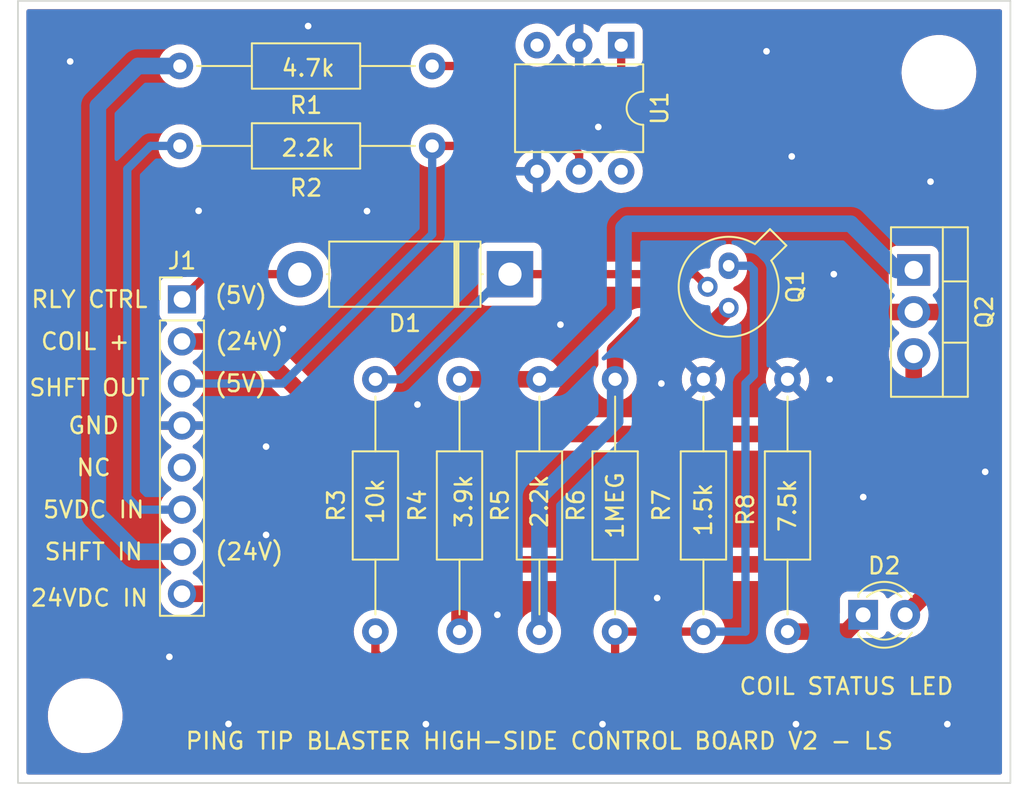
<source format=kicad_pcb>
(kicad_pcb (version 20211014) (generator pcbnew)
  (layers (0 "F.Cu" signal) (31 "B.Cu" signal) (34 "B.Paste" user) (35 "F.Paste" user) (36 "B.SilkS" user "B.Silkscreen") (37 "F.SilkS" user "F.Silkscreen") (38 "B.Mask" user) (39 "F.Mask" user) (44 "Edge.Cuts" user))
  (net 0 "")
  (net 1 "UC_RELAY_CTRL_PIN")
  (net 2 "Net-(D2-Pad1)")
  (net 3 "RELAY_COIL_+_24VDC")
  (net 4 "GND")
  (net 5 "V_SIG-OUT_5V")
  (net 7 "5VDC_IN")
  (net 8 "Net-(Q1-Pad2)")
  (net 9 "Net-(R1-Pad1)")
  (net 12 "V_SENSOR_SIG-IN_24V")
  (net 13 "24VDC_IN")
  (net 14 "Net-(Q1-Pad1)")
  (net 15 "Net-(Q1-Pad3)")
  (net 16 "Net-(Q2-Pad1)")
  (footprint "Resistor_THT:R_Axial_DIN0207_L6.3mm_D2.5mm_P15.24mm_Horizontal" (layer "F.Cu") (at 108.966 95.25 90)
    (fp_text reference "R3" (at 7.62 -2.37 90) (layer "F.SilkS"))
    (fp_text value "10k")
    (fp_line (start 10.89 1.37) (end 10.89 -1.37) (layer "F.SilkS") (width 0.12))
    (fp_line (start 14.2 0) (end 10.89 0) (layer "F.SilkS") (width 0.12))
    (fp_line (start 4.35 1.37) (end 10.89 1.37) (layer "F.SilkS") (width 0.12))
    (fp_line (start 10.89 -1.37) (end 4.35 -1.37) (layer "F.SilkS") (width 0.12))
    (fp_line (start 1.04 0) (end 4.35 0) (layer "F.SilkS") (width 0.12))
    (fp_line (start 4.35 -1.37) (end 4.35 1.37) (layer "F.SilkS") (width 0.12))
    (pad "1" thru_hole circle (at 0 0 90) (size 1.6 1.6) (drill 0.8) (layers *.Cu *.Mask) (net 14 "Net-(Q1-Pad1)"))
    (pad "2" thru_hole oval (at 15.24 0 90) (size 1.6 1.6) (drill 0.8) (layers *.Cu *.Mask) (net 8 "Net-(Q1-Pad2)"))
  )
  (footprint "Package_TO_SOT_THT:TO-18-3" (layer "F.Cu") (at 130.302 73.152 -90)
    (fp_text reference "Q1" (at 1.27 -4.02 90) (layer "F.SilkS"))
    (fp_text value "PN2222A")
    (fp_line (start -1.224499 -3.484448) (end -2.214448 -2.494499) (layer "F.SilkS") (width 0.12))
    (fp_line (start -0.312331 -2.572281) (end -1.224499 -3.484448) (layer "F.SilkS") (width 0.12))
    (fp_line (start -2.214448 -2.494499) (end -1.302281 -1.582331) (layer "F.SilkS") (width 0.12))
    (fp_arc (start -0.312331 -2.572281) (mid 3.405374 2.135551) (end -1.30215 -1.582544) (layer "F.SilkS") (width 0.12))
    (pad "1" thru_hole oval (at 0 0 270) (size 1.6 1.2) (drill 0.7) (layers *.Cu *.Mask) (net 14 "Net-(Q1-Pad1)"))
    (pad "2" thru_hole oval (at 1.27 1.27 270) (size 1.2 1.2) (drill 0.7) (layers *.Cu *.Mask) (net 8 "Net-(Q1-Pad2)"))
    (pad "3" thru_hole oval (at 2.54 0 270) (size 1.2 1.2) (drill 0.7) (layers *.Cu *.Mask) (net 15 "Net-(Q1-Pad3)"))
  )
  (footprint "Diode_THT:D_5W_P12.70mm_Horizontal" (layer "F.Cu") (at 117.094 73.66 180)
    (fp_text reference "D1" (at 6.35 -2.97) (layer "F.SilkS"))
    (fp_text value "B230")
    (fp_line (start 3.355 -1.97) (end 3.355 1.97) (layer "F.SilkS") (width 0.12))
    (fp_line (start 3.115 -1.97) (end 3.115 1.97) (layer "F.SilkS") (width 0.12))
    (fp_line (start 10.92 -1.97) (end 1.78 -1.97) (layer "F.SilkS") (width 0.12))
    (fp_line (start 1.78 1.97) (end 10.92 1.97) (layer "F.SilkS") (width 0.12))
    (fp_line (start 3.235 -1.97) (end 3.235 1.97) (layer "F.SilkS") (width 0.12))
    (fp_line (start 11.06 0) (end 10.92 0) (layer "F.SilkS") (width 0.12))
    (fp_line (start 10.92 1.97) (end 10.92 -1.97) (layer "F.SilkS") (width 0.12))
    (fp_line (start 1.78 -1.97) (end 1.78 1.97) (layer "F.SilkS") (width 0.12))
    (fp_line (start 1.64 0) (end 1.78 0) (layer "F.SilkS") (width 0.12))
    (pad "1" thru_hole rect (at 0 0 180) (size 2.8 2.8) (drill 1.4) (layers *.Cu *.Mask) (net 8 "Net-(Q1-Pad2)"))
    (pad "2" thru_hole oval (at 12.7 0 180) (size 2.8 2.8) (drill 1.4) (layers *.Cu *.Mask) (net 1 "UC_RELAY_CTRL_PIN"))
  )
  (footprint "Package_DIP:DIP-6_W7.62mm" (layer "F.Cu") (at 123.81 59.827 -90)
    (fp_text reference "U1" (at 3.81 -2.33 90) (layer "F.SilkS"))
    (fp_text value "4N27")
    (fp_line (start 6.46 -1.33) (end 4.81 -1.33) (layer "F.SilkS") (width 0.12))
    (fp_line (start 6.46 6.41) (end 6.46 -1.33) (layer "F.SilkS") (width 0.12))
    (fp_line (start 1.16 -1.33) (end 1.16 6.41) (layer "F.SilkS") (width 0.12))
    (fp_line (start 2.81 -1.33) (end 1.16 -1.33) (layer "F.SilkS") (width 0.12))
    (fp_line (start 1.16 6.41) (end 6.46 6.41) (layer "F.SilkS") (width 0.12))
    (fp_arc (start 4.81 -1.33) (mid 3.81 -0.33) (end 2.81 -1.33) (layer "F.SilkS") (width 0.12))
    (pad "1" thru_hole rect (at 0 0 270) (size 1.6 1.6) (drill 0.8) (layers *.Cu *.Mask) (net 9 "Net-(R1-Pad1)"))
    (pad "2" thru_hole oval (at 0 2.54 270) (size 1.6 1.6) (drill 0.8) (layers *.Cu *.Mask) (net 4 "GND"))
    (pad "3" thru_hole oval (at 0 5.08 270) (size 1.6 1.6) (drill 0.8) (layers *.Cu *.Mask))
    (pad "4" thru_hole oval (at 7.62 5.08 270) (size 1.6 1.6) (drill 0.8) (layers *.Cu *.Mask) (net 4 "GND"))
    (pad "5" thru_hole oval (at 7.62 2.54 270) (size 1.6 1.6) (drill 0.8) (layers *.Cu *.Mask) (net 5 "V_SIG-OUT_5V"))
    (pad "6" thru_hole oval (at 7.62 0 270) (size 1.6 1.6) (drill 0.8) (layers *.Cu *.Mask))
  )
  (footprint "Connector_PinHeader_2.54mm:PinHeader_1x08_P2.54mm_Vertical" (layer "F.Cu") (at 97.282 75.184)
    (fp_text reference "J1" (at 0 -2.33) (layer "F.SilkS"))
    (fp_text value "Conn_01x08" hide)
    (fp_line (start 1.33 1.27) (end 1.33 19.11) (layer "F.SilkS") (width 0.12))
    (fp_line (start -1.33 0) (end -1.33 -1.33) (layer "F.SilkS") (width 0.12))
    (fp_line (start -1.33 -1.33) (end 0 -1.33) (layer "F.SilkS") (width 0.12))
    (fp_line (start -1.33 1.27) (end -1.33 19.11) (layer "F.SilkS") (width 0.12))
    (fp_line (start -1.33 19.11) (end 1.33 19.11) (layer "F.SilkS") (width 0.12))
    (fp_line (start -1.33 1.27) (end 1.33 1.27) (layer "F.SilkS") (width 0.12))
    (pad "1" thru_hole rect (at 0 0) (size 1.7 1.7) (drill 1) (layers *.Cu *.Mask) (net 1 "UC_RELAY_CTRL_PIN"))
    (pad "2" thru_hole oval (at 0 2.54) (size 1.7 1.7) (drill 1) (layers *.Cu *.Mask) (net 3 "RELAY_COIL_+_24VDC"))
    (pad "3" thru_hole oval (at 0 5.08) (size 1.7 1.7) (drill 1) (layers *.Cu *.Mask) (net 5 "V_SIG-OUT_5V"))
    (pad "4" thru_hole oval (at 0 7.62) (size 1.7 1.7) (drill 1) (layers *.Cu *.Mask) (net 4 "GND"))
    (pad "5" thru_hole oval (at 0 10.16) (size 1.7 1.7) (drill 1) (layers *.Cu *.Mask))
    (pad "6" thru_hole oval (at 0 12.7) (size 1.7 1.7) (drill 1) (layers *.Cu *.Mask) (net 7 "5VDC_IN"))
    (pad "7" thru_hole oval (at 0 15.24) (size 1.7 1.7) (drill 1) (layers *.Cu *.Mask) (net 12 "V_SENSOR_SIG-IN_24V"))
    (pad "8" thru_hole oval (at 0 17.78) (size 1.7 1.7) (drill 1) (layers *.Cu *.Mask) (net 13 "24VDC_IN"))
  )
  (footprint "Resistor_THT:R_Axial_DIN0207_L6.3mm_D2.5mm_P15.24mm_Horizontal" (layer "F.Cu") (at 128.778 80.01 -90)
    (fp_text reference "R7" (at 7.62 2.54 90) (layer "F.SilkS"))
    (fp_text value "1.5k")
    (fp_line (start 4.35 -1.37) (end 4.35 1.37) (layer "F.SilkS") (width 0.12))
    (fp_line (start 1.04 0) (end 4.35 0) (layer "F.SilkS") (width 0.12))
    (fp_line (start 14.2 0) (end 10.89 0) (layer "F.SilkS") (width 0.12))
    (fp_line (start 10.89 -1.37) (end 4.35 -1.37) (layer "F.SilkS") (width 0.12))
    (fp_line (start 10.89 1.37) (end 10.89 -1.37) (layer "F.SilkS") (width 0.12))
    (fp_line (start 4.35 1.37) (end 10.89 1.37) (layer "F.SilkS") (width 0.12))
    (pad "1" thru_hole circle (at 0 0 270) (size 1.6 1.6) (drill 0.8) (layers *.Cu *.Mask) (net 4 "GND"))
    (pad "2" thru_hole oval (at 15.24 0 270) (size 1.6 1.6) (drill 0.8) (layers *.Cu *.Mask) (net 14 "Net-(Q1-Pad1)"))
  )
  (footprint "Resistor_THT:R_Axial_DIN0207_L6.3mm_D2.5mm_P15.24mm_Horizontal" (layer "F.Cu") (at 118.872 95.25 90)
    (fp_text reference "R5" (at 7.62 -2.37 90) (layer "F.SilkS"))
    (fp_text value "2.2k")
    (fp_line (start 4.35 1.37) (end 10.89 1.37) (layer "F.SilkS") (width 0.12))
    (fp_line (start 1.04 0) (end 4.35 0) (layer "F.SilkS") (width 0.12))
    (fp_line (start 14.2 0) (end 10.89 0) (layer "F.SilkS") (width 0.12))
    (fp_line (start 10.89 -1.37) (end 4.35 -1.37) (layer "F.SilkS") (width 0.12))
    (fp_line (start 4.35 -1.37) (end 4.35 1.37) (layer "F.SilkS") (width 0.12))
    (fp_line (start 10.89 1.37) (end 10.89 -1.37) (layer "F.SilkS") (width 0.12))
    (pad "1" thru_hole circle (at 0 0 90) (size 1.6 1.6) (drill 0.8) (layers *.Cu *.Mask) (net 15 "Net-(Q1-Pad3)"))
    (pad "2" thru_hole oval (at 15.24 0 90) (size 1.6 1.6) (drill 0.8) (layers *.Cu *.Mask) (net 16 "Net-(Q2-Pad1)"))
  )
  (footprint "MountingHole:MountingHole_3.5mm" (layer "F.Cu") (at 91.44 100.33)
    (fp_text reference "H2" hide)
    (fp_text value "MountingHole")
    (pad "" np_thru_hole circle (at 0 0) (size 3.5 3.5) (drill 3.5) (layers *.Cu *.Mask))
  )
  (footprint "Resistor_THT:R_Axial_DIN0207_L6.3mm_D2.5mm_P15.24mm_Horizontal" (layer "F.Cu") (at 133.858 80.01 -90)
    (fp_text reference "R8" (at 7.874 2.54 90) (layer "F.SilkS"))
    (fp_text value "7.5k")
    (fp_line (start 10.89 -1.37) (end 4.35 -1.37) (layer "F.SilkS") (width 0.12))
    (fp_line (start 4.35 1.37) (end 10.89 1.37) (layer "F.SilkS") (width 0.12))
    (fp_line (start 1.04 0) (end 4.35 0) (layer "F.SilkS") (width 0.12))
    (fp_line (start 10.89 1.37) (end 10.89 -1.37) (layer "F.SilkS") (width 0.12))
    (fp_line (start 14.2 0) (end 10.89 0) (layer "F.SilkS") (width 0.12))
    (fp_line (start 4.35 -1.37) (end 4.35 1.37) (layer "F.SilkS") (width 0.12))
    (pad "1" thru_hole circle (at 0 0 270) (size 1.6 1.6) (drill 0.8) (layers *.Cu *.Mask) (net 4 "GND"))
    (pad "2" thru_hole oval (at 15.24 0 270) (size 1.6 1.6) (drill 0.8) (layers *.Cu *.Mask) (net 2 "Net-(D2-Pad1)"))
  )
  (footprint "Resistor_THT:R_Axial_DIN0207_L6.3mm_D2.5mm_P15.24mm_Horizontal" (layer "F.Cu") (at 112.395 61.087 180)
    (fp_text reference "R1" (at 7.62 -2.37) (layer "F.SilkS"))
    (fp_text value "4.7k")
    (fp_line (start 14.2 0) (end 10.89 0) (layer "F.SilkS") (width 0.12))
    (fp_line (start 1.04 0) (end 4.35 0) (layer "F.SilkS") (width 0.12))
    (fp_line (start 10.89 1.37) (end 10.89 -1.37) (layer "F.SilkS") (width 0.12))
    (fp_line (start 4.35 1.37) (end 10.89 1.37) (layer "F.SilkS") (width 0.12))
    (fp_line (start 10.89 -1.37) (end 4.35 -1.37) (layer "F.SilkS") (width 0.12))
    (fp_line (start 4.35 -1.37) (end 4.35 1.37) (layer "F.SilkS") (width 0.12))
    (pad "1" thru_hole circle (at 0 0 180) (size 1.6 1.6) (drill 0.8) (layers *.Cu *.Mask) (net 9 "Net-(R1-Pad1)"))
    (pad "2" thru_hole oval (at 15.24 0 180) (size 1.6 1.6) (drill 0.8) (layers *.Cu *.Mask) (net 12 "V_SENSOR_SIG-IN_24V"))
  )
  (footprint "Resistor_THT:R_Axial_DIN0207_L6.3mm_D2.5mm_P15.24mm_Horizontal" (layer "F.Cu") (at 114.046 80.01 -90)
    (fp_text reference "R4" (at 7.62 2.54 90) (layer "F.SilkS"))
    (fp_text value "3.9k")
    (fp_line (start 14.2 0) (end 10.89 0) (layer "F.SilkS") (width 0.12))
    (fp_line (start 10.89 1.37) (end 10.89 -1.37) (layer "F.SilkS") (width 0.12))
    (fp_line (start 1.04 0) (end 4.35 0) (layer "F.SilkS") (width 0.12))
    (fp_line (start 10.89 -1.37) (end 4.35 -1.37) (layer "F.SilkS") (width 0.12))
    (fp_line (start 4.35 -1.37) (end 4.35 1.37) (layer "F.SilkS") (width 0.12))
    (fp_line (start 4.35 1.37) (end 10.89 1.37) (layer "F.SilkS") (width 0.12))
    (pad "1" thru_hole circle (at 0 0 270) (size 1.6 1.6) (drill 0.8) (layers *.Cu *.Mask) (net 16 "Net-(Q2-Pad1)"))
    (pad "2" thru_hole oval (at 15.24 0 270) (size 1.6 1.6) (drill 0.8) (layers *.Cu *.Mask) (net 13 "24VDC_IN"))
  )
  (footprint "Package_TO_SOT_THT:TO-220-3_Vertical" (layer "F.Cu") (at 141.478 73.406 -90)
    (fp_text reference "Q2" (at 2.54 -4.27 90) (layer "F.SilkS"))
    (fp_text value "IRF9540N")
    (fp_line (start 4.391 -3.27) (end 4.391 -1.76) (layer "F.SilkS") (width 0.12))
    (fp_line (start 0.69 -3.27) (end 0.69 -1.76) (layer "F.SilkS") (width 0.12))
    (fp_line (start -2.58 -3.27) (end 7.66 -3.27) (layer "F.SilkS") (width 0.12))
    (fp_line (start -2.58 -1.76) (end 7.66 -1.76) (layer "F.SilkS") (width 0.12))
    (fp_line (start -2.58 1.371) (end 7.66 1.371) (layer "F.SilkS") (width 0.12))
    (fp_line (start -2.58 -3.27) (end -2.58 1.371) (layer "F.SilkS") (width 0.12))
    (fp_line (start 7.66 -3.27) (end 7.66 1.371) (layer "F.SilkS") (width 0.12))
    (pad "1" thru_hole rect (at 0 0 270) (size 1.905 2) (drill 1.1) (layers *.Cu *.Mask) (net 16 "Net-(Q2-Pad1)"))
    (pad "2" thru_hole oval (at 2.54 0 270) (size 1.905 2) (drill 1.1) (layers *.Cu *.Mask) (net 3 "RELAY_COIL_+_24VDC"))
    (pad "3" thru_hole oval (at 5.08 0 270) (size 1.905 2) (drill 1.1) (layers *.Cu *.Mask) (net 13 "24VDC_IN"))
  )
  (footprint "MountingHole:MountingHole_3.5mm" (layer "F.Cu") (at 143.002 61.468)
    (fp_text reference "H1" hide)
    (fp_text value "MountingHole")
    (pad "" np_thru_hole circle (at 0 0) (size 3.5 3.5) (drill 3.5) (layers *.Cu *.Mask))
  )
  (footprint "Resistor_THT:R_Axial_DIN0207_L6.3mm_D2.5mm_P15.24mm_Horizontal" (layer "F.Cu") (at 97.155 65.913)
    (fp_text reference "R2" (at 7.62 2.54) (layer "F.SilkS"))
    (fp_text value "2.2k")
    (fp_line (start 1.04 0) (end 4.35 0) (layer "F.SilkS") (width 0.12))
    (fp_line (start 4.35 1.37) (end 10.89 1.37) (layer "F.SilkS") (width 0.12))
    (fp_line (start 4.35 -1.37) (end 4.35 1.37) (layer "F.SilkS") (width 0.12))
    (fp_line (start 10.89 -1.37) (end 4.35 -1.37) (layer "F.SilkS") (width 0.12))
    (fp_line (start 14.2 0) (end 10.89 0) (layer "F.SilkS") (width 0.12))
    (fp_line (start 10.89 1.37) (end 10.89 -1.37) (layer "F.SilkS") (width 0.12))
    (pad "1" thru_hole circle (at 0 0) (size 1.6 1.6) (drill 0.8) (layers *.Cu *.Mask) (net 7 "5VDC_IN"))
    (pad "2" thru_hole oval (at 15.24 0) (size 1.6 1.6) (drill 0.8) (layers *.Cu *.Mask) (net 5 "V_SIG-OUT_5V"))
  )
  (footprint "LED_THT:LED_D3.0mm" (layer "F.Cu") (at 138.425 94.234)
    (fp_text reference "D2" (at 1.27 -2.96) (layer "F.SilkS"))
    (fp_text value "RLY_ON_LED_3mm" hide)
    (fp_line (start -0.29 -1.236) (end -0.29 -1.08) (layer "F.SilkS") (width 0.12))
    (fp_line (start -0.29 1.08) (end -0.29 1.236) (layer "F.SilkS") (width 0.12))
    (fp_arc (start 2.31113 1.079837) (mid 1.270117 1.5) (end 0.229039 1.08) (layer "F.SilkS") (width 0.12))
    (fp_arc (start 2.942335 1.078608) (mid 1.366487 1.987659) (end -0.29 1.235516) (layer "F.SilkS") (width 0.12))
    (fp_arc (start 0.229039 -1.08) (mid 1.270117 -1.5) (end 2.31113 -1.079837) (layer "F.SilkS") (width 0.12))
    (fp_arc (start -0.29 -1.235516) (mid 1.366487 -1.987659) (end 2.942335 -1.078608) (layer "F.SilkS") (width 0.12))
    (pad "1" thru_hole rect (at 0 0) (size 1.8 1.8) (drill 0.9) (layers *.Cu *.Mask) (net 2 "Net-(D2-Pad1)"))
    (pad "2" thru_hole circle (at 2.54 0) (size 1.8 1.8) (drill 0.9) (layers *.Cu *.Mask) (net 3 "RELAY_COIL_+_24VDC"))
  )
  (footprint "Resistor_THT:R_Axial_DIN0207_L6.3mm_D2.5mm_P15.24mm_Horizontal" (layer "F.Cu") (at 123.444 95.25 90)
    (fp_text reference "R6" (at 7.62 -2.37 90) (layer "F.SilkS"))
    (fp_text value "1M")
    (fp_line (start 1.04 0) (end 4.35 0) (layer "F.SilkS") (width 0.12))
    (fp_line (start 14.2 0) (end 10.89 0) (layer "F.SilkS") (width 0.12))
    (fp_line (start 10.89 -1.37) (end 4.35 -1.37) (layer "F.SilkS") (width 0.12))
    (fp_line (start 4.35 1.37) (end 10.89 1.37) (layer "F.SilkS") (width 0.12))
    (fp_line (start 4.35 -1.37) (end 4.35 1.37) (layer "F.SilkS") (width 0.12))
    (fp_line (start 10.89 1.37) (end 10.89 -1.37) (layer "F.SilkS") (width 0.12))
    (pad "1" thru_hole circle (at 0 0 90) (size 1.6 1.6) (drill 0.8) (layers *.Cu *.Mask) (net 14 "Net-(Q1-Pad1)"))
    (pad "2" thru_hole oval (at 15.24 0 90) (size 1.6 1.6) (drill 0.8) (layers *.Cu *.Mask) (net 15 "Net-(Q1-Pad3)"))
  )
  (gr_rect (start 87.376 57.15) (end 147.32 104.394) (layer "Edge.Cuts") (width 0.1) (fill none))
  (gr_text "COIL +" (at 91.44 77.724) (layer "F.SilkS") (effects (font (size 1 1))))
  (gr_text "2.2k" (at 118.872 87.376 90) (layer "F.SilkS") (effects (font (size 1 1))))
  (gr_text "SHFT OUT" (at 91.694 80.518) (layer "F.SilkS") (effects (font (size 1 1))))
  (gr_text "7.5k" (at 133.858 87.63 90) (layer "F.SilkS") (effects (font (size 1 1))))
  (gr_text "(24V)" (at 101.346 90.424) (layer "F.SilkS") (effects (font (size 1 1))))
  (gr_text "10k" (at 108.966 87.376 90) (layer "F.SilkS") (effects (font (size 1 1))))
  (gr_text "(5V)" (at 100.838 80.264) (layer "F.SilkS") (effects (font (size 1 1))))
  (gr_text "3.9k" (at 114.3 87.376 90) (layer "F.SilkS") (effects (font (size 1 1))))
  (gr_text "PING TIP BLASTER HIGH-SIDE CONTROL BOARD V2 - LS" (at 118.872 101.854) (layer "F.SilkS") (effects (font (size 1 1))))
  (gr_text "RLY CTRL" (at 91.694 75.184) (layer "F.SilkS") (effects (font (size 1 1))))
  (gr_text "1MEG" (at 123.444 87.63 90) (layer "F.SilkS") (effects (font (size 1 1))))
  (gr_text "2.2k" (at 104.902 66.04) (layer "F.SilkS") (effects (font (size 1 1))))
  (gr_text "COIL STATUS LED" (at 137.414 98.552) (layer "F.SilkS") (effects (font (size 1 1))))
  (gr_text "SHFT IN" (at 91.948 90.424) (layer "F.SilkS") (effects (font (size 1 1))))
  (gr_text "(24V)" (at 101.346 77.724) (layer "F.SilkS") (effects (font (size 1 1))))
  (gr_text "(5V)" (at 100.838 74.93) (layer "F.SilkS") (effects (font (size 1 1))))
  (gr_text "1.5k" (at 128.778 87.884 90) (layer "F.SilkS") (effects (font (size 1 1))))
  (gr_text "5VDC IN" (at 91.948 87.884) (layer "F.SilkS") (effects (font (size 1 1))))
  (gr_text "GND" (at 91.948 82.804) (layer "F.SilkS") (effects (font (size 1 1))))
  (gr_text "NC" (at 91.948 85.344) (layer "F.SilkS") (effects (font (size 1 1))))
  (gr_text "24VDC IN" (at 91.694 93.218) (layer "F.SilkS") (effects (font (size 1 1))))
  (gr_text "4.7k" (at 104.902 61.214) (layer "F.SilkS") (effects (font (size 1 1))))
  (segment (start 104.394 73.66) (end 98.806 73.66) (width 0.5) (layer "F.Cu") (net 1))
  (segment (start 98.806 73.66) (end 97.282 75.184) (width 0.5) (layer "F.Cu") (net 1))
  (segment (start 137.409 95.25) (end 138.425 94.234) (width 1) (layer "F.Cu") (net 2))
  (segment (start 133.858 95.25) (end 137.409 95.25) (width 1) (layer "F.Cu") (net 2))
  (segment (start 138.176 83.058) (end 137.922 83.312) (width 1) (layer "F.Cu") (net 3))
  (segment (start 144.018 91.181) (end 140.965 94.234) (width 1) (layer "F.Cu") (net 3))
  (segment (start 137.922 83.312) (end 106.934 83.312) (width 1) (layer "F.Cu") (net 3))
  (segment (start 141.478 75.946) (end 144.018 75.946) (width 1) (layer "F.Cu") (net 3))
  (segment (start 106.934 83.312) (end 101.361 77.739) (width 1) (layer "F.Cu") (net 3))
  (segment (start 101.361 77.739) (end 99.06 77.739) (width 1) (layer "F.Cu") (net 3))
  (segment (start 141.478 75.946) (end 138.176 75.946) (width 1) (layer "F.Cu") (net 3))
  (segment (start 99.045 77.724) (end 97.282 77.724) (width 1) (layer "F.Cu") (net 3))
  (segment (start 99.06 77.739) (end 99.045 77.724) (width 1) (layer "F.Cu") (net 3))
  (segment (start 138.176 75.946) (end 138.176 83.058) (width 1) (layer "F.Cu") (net 3))
  (segment (start 144.018 75.946) (end 144.018 91.181) (width 1) (layer "F.Cu") (net 3))
  (via (at 122.682 100.838) (size 0.8) (drill 0.4) (layers "F.Cu" "B.Cu") (net 4))
  (via (at 116.332 94.234) (size 0.8) (drill 0.4) (layers "F.Cu" "B.Cu") (net 4))
  (via (at 136.652 73.66) (size 0.8) (drill 0.4) (layers "F.Cu" "B.Cu") (net 4))
  (via (at 103.378 76.962) (size 0.8) (drill 0.4) (layers "F.Cu" "B.Cu") (net 4))
  (via (at 104.902 58.674) (size 0.8) (drill 0.4) (layers "F.Cu" "B.Cu") (net 4))
  (via (at 145.796 85.598) (size 0.8) (drill 0.4) (layers "F.Cu" "B.Cu") (net 4))
  (via (at 122.428 64.77) (size 0.8) (drill 0.4) (layers "F.Cu" "B.Cu") (net 4))
  (via (at 108.458 69.85) (size 0.8) (drill 0.4) (layers "F.Cu" "B.Cu") (net 4))
  (via (at 90.529372 60.812184) (size 0.8) (drill 0.4) (layers "F.Cu" "B.Cu") (net 4))
  (via (at 143.51 100.838) (size 0.8) (drill 0.4) (layers "F.Cu" "B.Cu") (net 4))
  (via (at 112.014 100.838) (size 0.8) (drill 0.4) (layers "F.Cu" "B.Cu") (net 4))
  (via (at 100.092583 100.825726) (size 0.8) (drill 0.4) (layers "F.Cu" "B.Cu") (net 4))
  (via (at 138.43 87.122) (size 0.8) (drill 0.4) (layers "F.Cu" "B.Cu") (net 4))
  (via (at 120.142 76.708) (size 0.8) (drill 0.4) (layers "F.Cu" "B.Cu") (net 4))
  (via (at 98.288671 69.833468) (size 0.8) (drill 0.4) (layers "F.Cu" "B.Cu") (net 4))
  (via (at 134.112 66.548) (size 0.8) (drill 0.4) (layers "F.Cu" "B.Cu") (net 4))
  (via (at 142.494 68.072) (size 0.8) (drill 0.4) (layers "F.Cu" "B.Cu") (net 4))
  (via (at 96.52 96.774) (size 0.8) (drill 0.4) (layers "F.Cu" "B.Cu") (net 4))
  (via (at 102.362 89.408) (size 0.8) (drill 0.4) (layers "F.Cu" "B.Cu") (net 4))
  (via (at 134.366 100.838) (size 0.8) (drill 0.4) (layers "F.Cu" "B.Cu") (net 4))
  (via (at 136.398 80.01) (size 0.8) (drill 0.4) (layers "F.Cu" "B.Cu") (net 4))
  (via (at 132.588 60.198) (size 0.8) (drill 0.4) (layers "F.Cu" "B.Cu") (net 4))
  (via (at 126.238 80.264) (size 0.8) (drill 0.4) (layers "F.Cu" "B.Cu") (net 4))
  (via (at 102.362 84.074) (size 0.8) (drill 0.4) (layers "F.Cu" "B.Cu") (net 4))
  (via (at 125.984 93.218) (size 0.8) (drill 0.4) (layers "F.Cu" "B.Cu") (net 4))
  (via (at 111.506 81.534) (size 0.8) (drill 0.4) (layers "F.Cu" "B.Cu") (net 4))
  (segment (start 121.27 66.406) (end 121.27 67.447) (width 0.5) (layer "F.Cu") (net 5))
  (segment (start 112.395 65.913) (end 114.427 65.913) (width 0.5) (layer "F.Cu") (net 5))
  (segment (start 120.015 65.151) (end 121.27 66.406) (width 0.5) (layer "F.Cu") (net 5))
  (segment (start 115.189 65.151) (end 120.015 65.151) (width 0.5) (layer "F.Cu") (net 5))
  (segment (start 114.427 65.913) (end 115.189 65.151) (width 0.5) (layer "F.Cu") (net 5))
  (segment (start 103.378 80.264) (end 112.395 71.247) (width 0.5) (layer "B.Cu") (net 5))
  (segment (start 97.282 80.264) (end 103.378 80.264) (width 0.5) (layer "B.Cu") (net 5))
  (segment (start 112.395 71.247) (end 112.395 65.913) (width 0.5) (layer "B.Cu") (net 5))
  (segment (start 97.282 87.884) (end 94.742 87.884) (width 0.5) (layer "B.Cu") (net 7))
  (segment (start 93.98 67.31) (end 95.377 65.913) (width 0.5) (layer "B.Cu") (net 7))
  (segment (start 93.98 87.122) (end 93.98 67.31) (width 0.5) (layer "B.Cu") (net 7))
  (segment (start 95.377 65.913) (end 97.155 65.913) (width 0.5) (layer "B.Cu") (net 7))
  (segment (start 94.742 87.884) (end 93.98 87.122) (width 0.5) (layer "B.Cu") (net 7))
  (segment (start 117.094 73.66) (end 128.27 73.66) (width 0.5) (layer "F.Cu") (net 8))
  (segment (start 128.27 73.66) (end 129.032 74.422) (width 0.5) (layer "F.Cu") (net 8))
  (segment (start 116.84 73.66) (end 117.094 73.66) (width 0.5) (layer "B.Cu") (net 8))
  (segment (start 110.49 80.01) (end 116.84 73.66) (width 0.5) (layer "B.Cu") (net 8))
  (segment (start 108.966 80.01) (end 110.49 80.01) (width 0.5) (layer "B.Cu") (net 8))
  (segment (start 122.555 62.611) (end 123.81 61.356) (width 0.5) (layer "F.Cu") (net 9))
  (segment (start 123.81 61.356) (end 123.81 59.827) (width 0.5) (layer "F.Cu") (net 9))
  (segment (start 114.935 61.087) (end 116.459 62.611) (width 0.5) (layer "F.Cu") (net 9))
  (segment (start 112.395 61.087) (end 114.935 61.087) (width 0.5) (layer "F.Cu") (net 9))
  (segment (start 116.459 62.611) (end 122.555 62.611) (width 0.5) (layer "F.Cu") (net 9))
  (segment (start 94.488 90.424) (end 92.202 88.138) (width 1) (layer "B.Cu") (net 12))
  (segment (start 97.282 90.424) (end 94.488 90.424) (width 1) (layer "B.Cu") (net 12))
  (segment (start 92.202 63.5) (end 94.615 61.087) (width 1) (layer "B.Cu") (net 12))
  (segment (start 94.615 61.087) (end 97.155 61.087) (width 1) (layer "B.Cu") (net 12))
  (segment (start 92.202 88.138) (end 92.202 63.5) (width 1) (layer "B.Cu") (net 12))
  (segment (start 138.684 91.186) (end 115.824 91.186) (width 1) (layer "F.Cu") (net 13))
  (segment (start 114.046 92.964) (end 97.282 92.964) (width 1) (layer "F.Cu") (net 13))
  (segment (start 141.478 78.486) (end 141.478 88.392) (width 1) (layer "F.Cu") (net 13))
  (segment (start 114.046 95.25) (end 114.046 92.964) (width 1) (layer "F.Cu") (net 13))
  (segment (start 115.824 91.186) (end 114.046 92.964) (width 1) (layer "F.Cu") (net 13))
  (segment (start 141.478 88.392) (end 138.684 91.186) (width 1) (layer "F.Cu") (net 13))
  (segment (start 123.444 97.028) (end 123.444 95.25) (width 0.5) (layer "F.Cu") (net 14))
  (segment (start 108.966 95.25) (end 108.966 96.52) (width 0.5) (layer "F.Cu") (net 14))
  (segment (start 108.966 96.52) (end 109.982 97.536) (width 0.5) (layer "F.Cu") (net 14))
  (segment (start 128.778 95.25) (end 123.444 95.25) (width 0.5) (layer "F.Cu") (net 14))
  (segment (start 122.936 97.536) (end 123.444 97.028) (width 0.5) (layer "F.Cu") (net 14))
  (segment (start 109.982 97.536) (end 122.936 97.536) (width 0.5) (layer "F.Cu") (net 14))
  (segment (start 131.572 73.152) (end 131.826 73.406) (width 0.5) (layer "B.Cu") (net 14))
  (segment (start 131.318 95.25) (end 128.778 95.25) (width 0.5) (layer "B.Cu") (net 14))
  (segment (start 131.826 79.756) (end 131.318 80.264) (width 0.5) (layer "B.Cu") (net 14))
  (segment (start 131.318 80.264) (end 131.318 95.25) (width 0.5) (layer "B.Cu") (net 14))
  (segment (start 131.826 73.406) (end 131.826 79.756) (width 0.5) (layer "B.Cu") (net 14))
  (segment (start 130.302 73.152) (end 131.572 73.152) (width 0.5) (layer "B.Cu") (net 14))
  (segment (start 123.444 78.232) (end 124.968 76.708) (width 1) (layer "F.Cu") (net 15))
  (segment (start 123.444 80.01) (end 123.444 78.232) (width 1) (layer "F.Cu") (net 15))
  (segment (start 124.968 76.708) (end 129.286 76.708) (width 1) (layer "F.Cu") (net 15))
  (segment (start 129.286 76.708) (end 130.302 75.692) (width 1) (layer "F.Cu") (net 15))
  (segment (start 118.872 95.25) (end 118.872 87.122) (width 1) (layer "B.Cu") (net 15))
  (segment (start 123.444 82.55) (end 123.444 80.01) (width 1) (layer "B.Cu") (net 15))
  (segment (start 118.872 87.122) (end 123.444 82.55) (width 1) (layer "B.Cu") (net 15))
  (segment (start 114.046 80.01) (end 118.872 80.01) (width 1) (layer "F.Cu") (net 16))
  (segment (start 123.952 75.946) (end 119.888 80.01) (width 1) (layer "B.Cu") (net 16))
  (segment (start 119.888 80.01) (end 118.872 80.01) (width 1) (layer "B.Cu") (net 16))
  (segment (start 123.952 70.866) (end 123.952 75.946) (width 1) (layer "B.Cu") (net 16))
  (segment (start 137.668 70.612) (end 124.206 70.612) (width 1) (layer "B.Cu") (net 16))
  (segment (start 124.206 70.612) (end 123.952 70.866) (width 1) (layer "B.Cu") (net 16))
  (segment (start 140.462 73.406) (end 137.668 70.612) (width 1) (layer "B.Cu") (net 16))
  (segment (start 141.478 73.406) (end 140.462 73.406) (width 1) (layer "B.Cu") (net 16))
  (zone (net 4) (net_name "GND") (layer "F.Cu") (connect_pads (clearance 0.508)) (min_thickness 0.254) (fill yes (thermal_gap 0.508) (thermal_bridge_width 0.508))
    (polygon (pts (xy 147.32 104.394) (xy 87.376 104.394) (xy 87.376 57.15) (xy 147.32 57.15)))
  )
  (zone (net 4) (net_name "GND") (layer "B.Cu") (connect_pads (clearance 0.508)) (min_thickness 0.254) (fill yes (thermal_gap 0.508) (thermal_bridge_width 0.508))
    (polygon (pts (xy 147.32 104.394) (xy 87.376 104.394) (xy 87.376 57.15) (xy 147.32 57.15)))
  )
)
</source>
